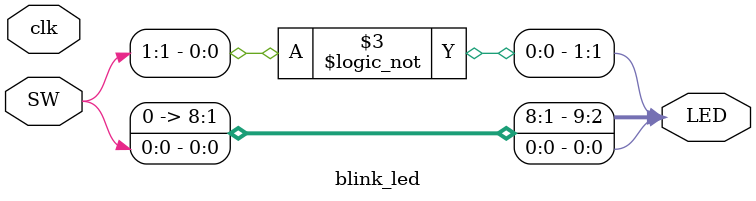
<source format=v>
module blink_led (
	input clk,
	output [9:0] LED,
	input  [3:0] SW
);

reg [24:0] cnt;

initial begin
cnt <= 32'h00000000;
end

always @ (posedge clk) begin
cnt <= cnt + 5;
end

assign LED[0] = SW[0];
assign LED[1] = !SW[1];
assign LED[9:2] = 9'b000000000;

endmodule
</source>
